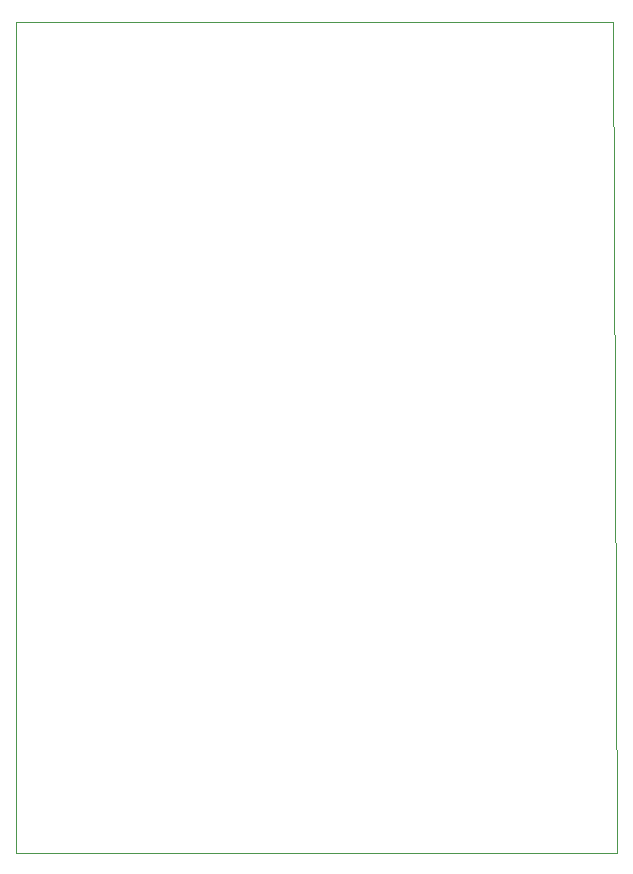
<source format=gbr>
%TF.GenerationSoftware,KiCad,Pcbnew,(5.1.12)-1*%
%TF.CreationDate,2021-12-15T12:49:01+01:00*%
%TF.ProjectId,HorseFOT_thomas_v1,486f7273-6546-44f5-945f-74686f6d6173,rev?*%
%TF.SameCoordinates,Original*%
%TF.FileFunction,Profile,NP*%
%FSLAX46Y46*%
G04 Gerber Fmt 4.6, Leading zero omitted, Abs format (unit mm)*
G04 Created by KiCad (PCBNEW (5.1.12)-1) date 2021-12-15 12:49:01*
%MOMM*%
%LPD*%
G01*
G04 APERTURE LIST*
%TA.AperFunction,Profile*%
%ADD10C,0.100000*%
%TD*%
G04 APERTURE END LIST*
D10*
X184150000Y-41275000D02*
X184531000Y-111633000D01*
X133604000Y-41275000D02*
X184150000Y-41275000D01*
X133604000Y-111633000D02*
X133604000Y-41275000D01*
X184531000Y-111633000D02*
X133604000Y-111633000D01*
M02*

</source>
